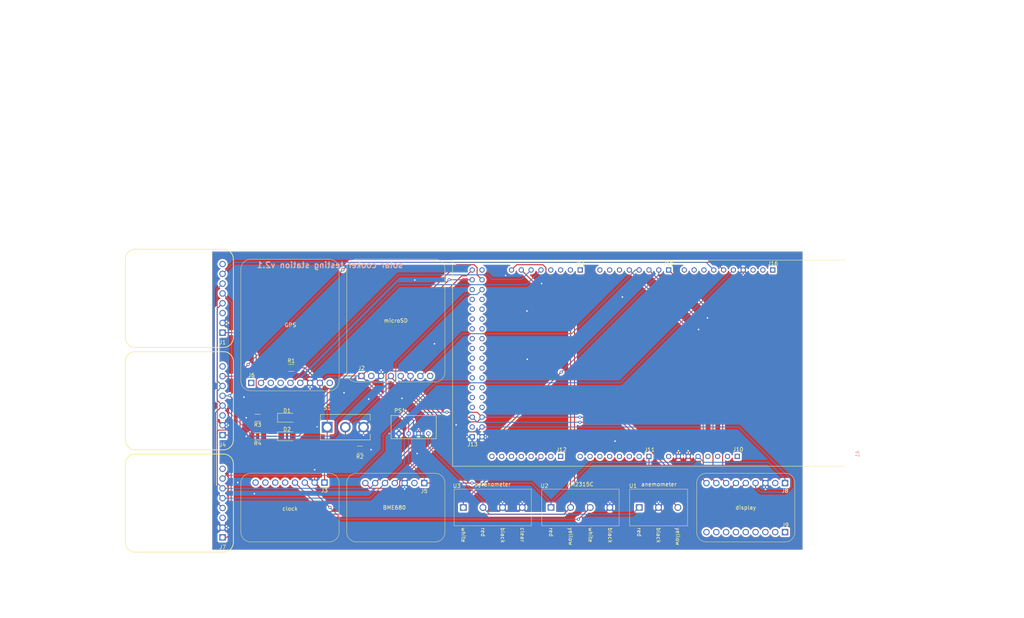
<source format=kicad_pcb>
(kicad_pcb (version 20240108) (generator "pcbnew") (generator_version "8.0")
  (layers (0 "F.Cu" signal) (31 "B.Cu" signal) (34 "B.Paste" user) (35 "F.Paste" user) (36 "B.SilkS" user "B.Silkscreen") (37 "F.SilkS" user "F.Silkscreen") (38 "B.Mask" user) (39 "F.Mask" user) (44 "Edge.Cuts" user))
  (net 0 "")
  (net 1 "Net-(D1-K)")
  (net 2 "GND")
  (net 3 "Net-(D2-K)")
  (net 4 "/D4")
  (net 5 "/MISO")
  (net 6 "/MOSI")
  (net 7 "/SCK")
  (net 8 "+5V")
  (net 9 "/SDA")
  (net 10 "/SCL")
  (net 11 "+9V")
  (net 12 "/A0")
  (net 13 "/D6")
  (net 14 "/D11")
  (net 15 "/D24")
  (net 16 "/D22")
  (net 17 "/D23")
  (net 18 "/A10")
  (net 73 "/D3")
  (net 74 "/D5")
  (net 75 "/D7")
  (net 76 "/D12")
  (net 77 "/D13")
  (net 78 "/RX1")
  (net 84 "/TX1")
  (net 86 "Net-(J6-EN)")
  (footprint "Resistor_SMD:R_1206_3216Metric_Pad1.30x1.75mm_HandSolder" (layer "F.Cu") (at 81.8625 123.045 180)
    (property "Reference" "R3")
    (property "Value" "150")
  )
  (footprint "custom_components:screw_terminal_3pin" (layer "F.Cu") (at 185.555 146.275)
    (property "Reference" "U1")
    (property "Value" "anemometer")
  )
  (footprint "LED_SMD:LED_1206_3216Metric_Pad1.42x1.75mm_HandSolder" (layer "F.Cu") (at 89.45 123.045)
    (property "Reference" "D1")
    (property "Value" "LED_GREEN")
  )
  (footprint "custom_components:BME680" (layer "F.Cu") (at 117.336 146.302949)
    (property "Reference" "J5")
    (property "Value" "BME680")
  )
  (footprint "LED_SMD:LED_1206_3216Metric_Pad1.42x1.75mm_HandSolder" (layer "F.Cu") (at 89.45 127.855)
    (property "Reference" "D2")
    (property "Value" "LED_RED")
  )
  (footprint "Resistor_SMD:R_1206_3216Metric_Pad1.30x1.75mm_HandSolder" (layer "F.Cu") (at 81.8625 127.855 180)
    (property "Reference" "R4")
    (property "Value" "150")
  )
  (footprint "custom_components:GPS" (layer "F.Cu") (at 90.34 99.0424)
    (property "Reference" "J6")
    (property "Value" "GPS")
  )
  (footprint "custom_components:Pt100" (layer "F.Cu") (at 61.091 92.135 -90)
    (property "Reference" "J1")
    (property "Value" "Pt100")
  )
  (footprint "custom_components:Pt100" (layer "F.Cu") (at 61.091 118.635 -90)
    (property "Reference" "J4")
    (property "Value" "Pt100")
  )
  (footprint "500SSP1S2M2QEA:SW_500SSP1S2M2QEA" (layer "F.Cu") (at 104.5375 125.475)
    (property "Reference" "S1")
    (property "Value" "500SSP1S2M2QEA")
  )
  (footprint "custom_components:display" (layer "F.Cu") (at 208.11 146.302949)
    (property "Reference" "J8")
    (property "Value" "display")
  )
  (footprint "TBA_1-0519:CONV_TBA_1-0519" (layer "F.Cu") (at 122.1975 125.475)
    (property "Reference" "PS1")
    (property "Value" "TBA_1-0519")
  )
  (footprint "custom_components:clock" (layer "F.Cu") (at 90.231051 146.575)
    (property "Reference" "J3")
    (property "Value" "clock")
  )
  (footprint "Resistor_SMD:R_1206_3216Metric_Pad1.30x1.75mm_HandSolder" (layer "F.Cu") (at 108.3 131.3 180)
    (property "Reference" "R2")
    (property "Value" "10k")
  )
  (footprint "Resistor_SMD:R_1206_3216Metric_Pad1.30x1.75mm_HandSolder" (layer "F.Cu") (at 90.55 110.125)
    (property "Reference" "R1")
    (property "Value" "10k")
  )
  (footprint "custom_components:microSD" (layer "F.Cu") (at 117.59 97.8994)
    (property "Reference" "J2")
    (property "Value" "microSD")
  )
  (footprint "custom_components:screw_terminal_4pin" (layer "F.Cu") (at 165.345 146.275)
    (property "Reference" "U2")
    (property "Value" "AM2315C")
  )
  (footprint "custom_components:Pt100" (layer "F.Cu") (at 61.091 145.135 -90)
    (property "Reference" "J7")
    (property "Value" "Pt100")
  )
  (footprint "custom_components:screw_terminal_4pin" (layer "F.Cu") (at 142.665 146.285)
    (property "Reference" "U3")
    (property "Value" "pyranometer")
  )
  (footprint "A000067:ARDUINO_A000067" (layer "B.Cu") (at 183.07 108.9194 90)
    (property "Reference" "A1")
    (property "Value" "A000067")
  )
  (gr_rect (start 70.1 80) (end 222.805 157.2) (stroke (width 0.1)) (fill none) (layer "Edge.Cuts"))
  (gr_text "solar cooker testing station v2.1" (at 119.6 84.4 0) (layer "B.SilkS") (effects (font (size 1.5 1.5) (thickness 0.3) (bold yes)) (justify left bottom mirror)))
  (gr_text "J13" (at 136 130.5 0) (layer "F.SilkS") (effects (font (size 1 1)) (justify left bottom)))
  (gr_text "J14" (at 163.9 83.7 0) (layer "F.SilkS") (effects (font (size 1 1)) (justify left bottom)))
  (gr_text "J16" (at 213.7 83.7 0) (layer "F.SilkS") (effects (font (size 1 1)) (justify left bottom)))
  (gr_text "J10" (at 204.7 131.8 0) (layer "F.SilkS") (effects (font (size 1 1)) (justify left bottom)))
  (gr_text "J9" (at 217.4 151.4 0) (layer "F.SilkS") (effects (font (size 1 1)) (justify left bottom)))
  (gr_text "J15" (at 186.7 83.6 0) (layer "F.SilkS") (effects (font (size 1 1)) (justify left bottom)))
  (gr_text "J11" (at 181.8 131.9 0) (layer "F.SilkS") (effects (font (size 1 1)) (justify left bottom)))
  (gr_text "J12" (at 159 131.9 0) (layer "F.SilkS") (effects (font (size 1 1)) (justify left bottom)))
  (segment (start 83.4125 123.045) (end 87.9625 123.045) (width 0.25) (layer "F.Cu") (net 1))
  (segment (start 96.593 136.507) (end 96.6 136.5) (width 0.25) (layer "F.Cu") (net 2))
  (segment (start 74.3755 98.485) (end 72.775 98.485) (width 0.25) (layer "F.Cu") (net 2))
  (segment (start 123.4675 126) (end 123.4675 127.125) (width 0.25) (layer "F.Cu") (net 2))
  (segment (start 193.23 131.58) (end 193.225 131.575) (width 0.25) (layer "F.Cu") (net 2))
  (segment (start 78.9 123.045) (end 80.3125 123.045) (width 0.25) (layer "F.Cu") (net 2))
  (segment (start 96.593 139.825949) (end 96.593 136.507) (width 0.25) (layer "F.Cu") (net 2))
  (segment (start 109.7625 131.3) (end 111.2 131.3) (width 0.25) (layer "F.Cu") (net 2))
  (segment (start 78.8 127.855) (end 80.3125 127.855) (width 0.25) (layer "F.Cu") (net 2))
  (segment (start 207.454 86.1) (end 207.454 84.7894) (width 0.25) (layer "F.Cu") (net 2))
  (segment (start 193.23 133.0494) (end 193.23 131.58) (width 0.25) (layer "F.Cu") (net 2))
  (segment (start 190.69 133.0494) (end 190.69 131.585) (width 0.25) (layer "F.Cu") (net 2))
  (segment (start 213.19 141.5655) (end 213.19 139.952949) (width 0.25) (layer "F.Cu") (net 2))
  (segment (start 190.69 131.585) (end 190.7 131.575) (width 0.25) (layer "F.Cu") (net 2))
  (via (at 193.225 131.575) (size 0.8) (drill 0.4) (layers "F.Cu" "B.Cu") (net 2))
  (via (at 151.5 95.4) (size 0.8) (drill 0.4) (layers "F.Cu" "B.Cu") (net 2))
  (via (at 150.285 144.8) (size 0.8) (drill 0.4) (layers "F.Cu" "B.Cu") (net 2))
  (via (at 104.2 116.6) (size 0.8) (drill 0.4) (layers "F.Cu" "B.Cu") (net 2))
  (via (at 119.2 118) (size 0.8) (drill 0.4) (layers "F.Cu" "B.Cu") (net 2))
  (via (at 176.2 91.8) (size 0.8) (drill 0.4) (layers "F.Cu" "B.Cu") (net 2))
  (via (at 78.9 123.045) (size 0.8) (drill 0.4) (layers "F.Cu" "B.Cu") (net 2))
  (via (at 96.6 136.5) (size 0.8) (drill 0.4) (layers "F.Cu" "B.Cu") (net 2))
  (via (at 213.19 141.5655) (size 0.8) (drill 0.4) (layers "F.Cu" "B.Cu") (net 2))
  (via (at 195.9 100.2) (size 0.8) (drill 0.4) (layers "F.Cu" "B.Cu") (net 2))
  (via (at 198.2 97.2) (size 0.8) (drill 0.4) (layers "F.Cu" "B.Cu") (net 2))
  (via (at 74.2755 98.485) (size 0.8) (drill 0.4) (layers "F.Cu" "B.Cu") (net 2))
  (via (at 74.2755 124.985) (size 0.8) (drill 0.4) (layers "F.Cu" "B.Cu") (net 2))
  (via (at 78.3 117.7) (size 0.8) (drill 0.4) (layers "F.Cu" "B.Cu") (net 2))
  (via (at 207.454 86.1) (size 0.8) (drill 0.4) (layers "F.Cu" "B.Cu") (net 2))
  (via (at 123.4675 125.9) (size 0.8) (drill 0.4) (layers "F.Cu" "B.Cu") (net 2))
  (via (at 174.3 129.1) (size 0.8) (drill 0.4) (layers "F.Cu" "B.Cu") (net 2))
  (via (at 119.876 141.5) (size 0.8) (drill 0.4) (layers "F.Cu" "B.Cu") (net 2))
  (via (at 141.3 127.9694) (size 0.8) (drill 0.4) (layers "F.Cu" "B.Cu") (net 2))
  (via (at 155.3 88.3) (size 0.8) (drill 0.4) (layers "F.Cu" "B.Cu") (net 2))
  (via (at 185.555 144.8) (size 0.8) (drill 0.4) (layers "F.Cu" "B.Cu") (net 2))
  (via (at 123.1 132.3) (size 0.8) (drill 0.4) (layers "F.Cu" "B.Cu") (net 2))
  (via (at 136 127.9694) (size 0.8) (drill 0.4) (layers "F.Cu" "B.Cu") (net 2))
  (via (at 111.2 131.3) (size 0.8) (drill 0.4) (layers "F.Cu" "B.Cu") (net 2))
  (via (at 109.2375 127.5375) (size 0.8) (drill 0.4) (layers "F.Cu" "B.Cu") (net 2))
  (via (at 95.42 115.6) (size 0.8) (drill 0.4) (layers "F.Cu" "B.Cu") (net 2))
  (via (at 81 142.7) (size 0.8) (drill 0.4) (layers "F.Cu" "B.Cu") (net 2))
  (via (at 118.4 125.9) (size 0.8) (drill 0.4) (layers "F.Cu" "B.Cu") (net 2))
  (via (at 78.9 127.855) (size 0.8) (drill 0.4) (layers "F.Cu" "B.Cu") (net 2))
  (via (at 133.2 124.9) (size 0.8) (drill 0.4) (layers "F.Cu" "B.Cu") (net 2))
  (via (at 151.6 107.9) (size 0.8) (drill 0.4) (layers "F.Cu" "B.Cu") (net 2))
  (via (at 127.6 103.9) (size 0.8) (drill 0.4) (layers "F.Cu" "B.Cu") (net 2))
  (via (at 172.965 144.8) (size 0.8) (drill 0.4) (layers "F.Cu" "B.Cu") (net 2))
  (via (at 110.6 118.2) (size 0.8) (drill 0.4) (layers "F.Cu" "B.Cu") (net 2))
  (via (at 190.7 131.575) (size 0.8) (drill 0.4) (layers "F.Cu" "B.Cu") (net 2))
  (via (at 113.78 110.7) (size 0.8) (drill 0.4) (layers "F.Cu" "B.Cu") (net 2))
  (via (at 145.205 144.8) (size 0.8) (drill 0.4) (layers "F.Cu" "B.Cu") (net 2))
  (via (at 74.2755 151.485) (size 0.8) (drill 0.4) (layers "F.Cu" "B.Cu") (net 2))
  (via (at 122.5 87.4) (size 0.8) (drill 0.4) (layers "F.Cu" "B.Cu") (net 2))
  (via (at 146 86.2) (size 0.8) (drill 0.4) (layers "F.Cu" "B.Cu") (net 2))
  (via (at 76.7 139.8) (size 0.8) (drill 0.4) (layers "F.Cu" "B.Cu") (net 2))
  (segment (start 109.2375 127.5375) (end 109.2375 125.475) (width 0.25) (layer "B.Cu") (net 2))
  (segment (start 172.965 144.8) (end 172.965 146.275) (width 0.25) (layer "B.Cu") (net 2))
  (segment (start 95.42 115.6) (end 95.42 114.0284) (width 0.25) (layer "B.Cu") (net 2))
  (segment (start 141.3 127.9694) (end 139.89 127.9694) (width 0.25) (layer "B.Cu") (net 2))
  (segment (start 150.285 144.8) (end 150.285 146.285) (width 0.25) (layer "B.Cu") (net 2))
  (segment (start 145.205 144.8) (end 145.205 146.285) (width 0.25) (layer "B.Cu") (net 2))
  (segment (start 136 127.9694) (end 137.35 127.9694) (width 0.25) (layer "B.Cu") (net 2))
  (segment (start 113.78 110.7) (end 113.78 112.225) (width 0.25) (layer "B.Cu") (net 2))
  (segment (start 185.555 144.8) (end 185.555 146.275) (width 0.25) (layer "B.Cu") (net 2))
  (segment (start 74.2755 151.485) (end 72.775 151.485) (width 0.25) (layer "B.Cu") (net 2))
  (segment (start 118.4 127.1125) (end 118.3875 127.125) (width 0.25) (layer "B.Cu") (net 2))
  (segment (start 118.4 125.9) (end 118.4 127.1125) (width 0.25) (layer "B.Cu") (net 2))
  (segment (start 119.876 141.5) (end 119.876 139.952949) (width 0.25) (layer "B.Cu") (net 2))
  (segment (start 74.3755 124.985) (end 72.775 124.985) (width 0.25) (layer "B.Cu") (net 2))
  (segment (start 83.4125 127.855) (end 87.9625 127.855) (width 0.25) (layer "F.Cu") (net 3))
  (segment (start 163.05 101.3) (end 179.5606 84.7894) (width 0.25) (layer "B.Cu") (net 4))
  (segment (start 134.865 101.3) (end 163.05 101.3) (width 0.25) (layer "B.Cu") (net 4))
  (segment (start 179.5606 84.7894) (end 180.53 84.7894) (width 0.25) (layer "B.Cu") (net 4))
  (segment (start 123.94 112.225) (end 134.865 101.3) (width 0.25) (layer "B.Cu") (net 4))
  (segment (start 130.8 121.625) (end 138.6256 121.625) (width 0.25) (layer "F.Cu") (net 5))
  (segment (start 175.9625 122.9) (end 194.5625 141.5) (width 0.25) (layer "F.Cu") (net 5))
  (segment (start 74.6 117.3) (end 75.1 117.8) (width 0.25) (layer "F.Cu") (net 5))
  (segment (start 118.86 112.225) (end 118.86 112.861396) (width 0.25) (layer "F.Cu") (net 5))
  (segment (start 165.2 122.9) (end 175.9625 122.9) (width 0.25) (layer "F.Cu") (net 5))
  (segment (start 194.5625 141.5) (end 204.022949 141.5) (width 0.25) (layer "F.Cu") (net 5))
  (segment (start 71.775 126.225) (end 71.4 126.6) (width 0.25) (layer "F.Cu") (net 5))
  (segment (start 75.1 117.8) (end 75.1 125.6) (width 0.25) (layer "F.Cu") (net 5))
  (segment (start 138.6256 121.625) (end 139.89 122.8894) (width 0.25) (layer "F.Cu") (net 5))
  (segment (start 71.4 126.6) (end 71.4 142.49) (width 0.25) (layer "F.Cu") (net 5))
  (segment (start 118.86 112.861396) (end 130.098604 124.1) (width 0.25) (layer "F.Cu") (net 5))
  (segment (start 74.475 126.225) (end 71.775 126.225) (width 0.25) (layer "F.Cu") (net 5))
  (segment (start 130.098604 124.1) (end 138.6794 124.1) (width 0.25) (layer "F.Cu") (net 5))
  (segment (start 204.022949 141.5) (end 205.57 139.952949) (width 0.25) (layer "F.Cu") (net 5))
  (segment (start 71.4 142.49) (end 72.775 143.865) (width 0.25) (layer "F.Cu") (net 5))
  (segment (start 138.6794 124.1) (end 139.89 122.8894) (width 0.25) (layer "F.Cu") (net 5))
  (segment (start 75.1 125.6) (end 74.475 126.225) (width 0.25) (layer "F.Cu") (net 5))
  (via (at 74.6 117.3) (size 0.8) (drill 0.4) (layers "F.Cu" "B.Cu") (net 5))
  (via (at 165.2 122.9) (size 0.8) (drill 0.4) (layers "F.Cu" "B.Cu") (net 5))
  (via (at 130.8 121.625) (size 0.8) (drill 0.4) (layers "F.Cu" "B.Cu") (net 5))
  (segment (start 74.6 117.3) (end 74.535 117.365) (width 0.25) (layer "B.Cu") (net 5))
  (segment (start 165.2 122.9) (end 165.1894 122.8894) (width 0.25) (layer "B.Cu") (net 5))
  (segment (start 119.8 126.4) (end 124.575 121.625) (width 0.25) (layer "B.Cu") (net 5))
  (segment (start 110.883949 143.865) (end 114.796 139.952949) (width 0.25) (layer "B.Cu") (net 5))
  (segment (start 74.6 117.3) (end 75.1 116.8) (width 0.25) (layer "B.Cu") (net 5))
  (segment (start 75.1 116.8) (end 75.1 93.19) (width 0.25) (layer "B.Cu") (net 5))
  (segment (start 72.775 143.865) (end 110.883949 143.865) (width 0.25) (layer "B.Cu") (net 5))
  (segment (start 75.1 93.19) (end 72.775 90.865) (width 0.25) (layer "B.Cu") (net 5))
  (segment (start 165.1894 122.8894) (end 139.89 122.8894) (width 0.25) (layer "B.Cu") (net 5))
  (segment (start 74.535 117.365) (end 72.775 117.365) (width 0.25) (layer "B.Cu") (net 5))
  (segment (start 124.575 121.625) (end 130.8 121.625) (width 0.25) (layer "B.Cu") (net 5))
  (segment (start 119.8 134.948949) (end 119.8 126.4) (width 0.25) (layer "B.Cu") (net 5))
  (segment (start 114.796 139.952949) (end 119.8 134.948949) (width 0.25) (layer "B.Cu") (net 5))
  (segment (start 205.762949 142.3) (end 208.11 139.952949) (width 0.25) (layer "F.Cu") (net 6))
  (segment (start 194.2 142.3) (end 205.762949 142.3) (width 0.25) (layer "F.Cu") (net 6))
  (segment (start 176.1 124.2) (end 194.2 142.3) (width 0.25) (layer "F.Cu") (net 6))
  (segment (start 122.15 123.75) (end 115.05 116.65) (width 0.25) (layer "F.Cu") (net 6))
  (segment (start 112.256 139.952949) (end 122.15 130.058949) (width 0.25) (layer "F.Cu") (net 6))
  (segment (start 115.05 111.675) (end 115.775 110.95) (width 0.25) (layer "F.Cu") (net 6))
  (segment (start 130.1894 122.8894) (end 137.35 122.8894) (width 0.25) (layer "F.Cu") (net 6))
  (segment (start 115.775 110.95) (end 120.125 110.95) (width 0.25) (layer "F.Cu") (net 6))
  (segment (start 121.4 114.1) (end 130.1894 122.8894) (width 0.25) (layer "F.Cu") (net 6))
  (segment (start 121.4 112.225) (end 121.4 114.1) (width 0.25) (layer "F.Cu") (net 6))
  (segment (start 164.8 124.2) (end 176.1 124.2) (width 0.25) (layer "F.Cu") (net 6))
  (segment (start 120.125 110.95) (end 121.4 112.225) (width 0.25) (layer "F.Cu") (net 6))
  (segment (start 115.05 116.65) (end 115.05 111.675) (width 0.25) (layer "F.Cu") (net 6))
  (segment (start 122.15 130.058949) (end 122.15 123.75) (width 0.25) (layer "F.Cu") (net 6))
  (via (at 165.2 124.2) (size 0.8) (drill 0.4) (layers "F.Cu" "B.Cu") (net 6))
  (segment (start 71.4 139.95) (end 72.775 141.325) (width 0.25) (layer "B.Cu") (net 6))
  (segment (start 71.4 113.45) (end 72.775 114.825) (width 0.25) (layer "B.Cu") (net 6))
  (segment (start 72.775 114.825) (end 71.4 116.2) (width 0.25) (layer "B.Cu") (net 6))
  (segment (start 110.883949 141.325) (end 112.256 139.952949) (width 0.25) (layer "B.Cu") (net 6))
  (segment (start 71.4 89.7) (end 71.4 113.45) (width 0.25) (layer "B.Cu") (net 6))
  (segment (start 138.6606 124.2) (end 137.35 122.8894) (width 0.25) (layer "B.Cu") (net 6))
  (segment (start 72.775 88.325) (end 71.4 89.7) (width 0.25) (layer "B.Cu") (net 6))
  (segment (start 164.8 124.2) (end 138.6606 124.2) (width 0.25) (layer "B.Cu") (net 6))
  (segment (start 72.775 141.325) (end 110.883949 141.325) (width 0.25) (layer "B.Cu") (net 6))
  (segment (start 71.4 116.2) (end 71.4 139.95) (width 0.25) (layer "B.Cu") (net 6))
  (segment (start 138.6194 126.7) (end 139.89 125.4294) (width 0.25) (layer "F.Cu") (net 7))
  (segment (start 130.5 126.7) (end 138.6194 126.7) (width 0.25) (layer "F.Cu") (net 7))
  (segment (start 71.4 118.53) (end 72.775 119.905) (width 0.25) (layer "F.Cu") (net 7))
  (segment (start 116.32 112.225) (end 116.32 112.52) (width 0.25) (layer "F.Cu") (net 7))
  (segment (start 70.95 121.73) (end 72.775 119.905) (width 0.25) (layer "F.Cu") (net 7))
  (segment (start 72.775 146.405) (end 70.95 144.58) (width 0.25) (layer "F.Cu") (net 7))
  (segment (start 70.95 144.58) (end 70.95 121.73) (width 0.25) (layer "F.Cu") (net 7))
  (segment (start 116.32 112.52) (end 130.5 126.7) (width 0.25) (layer "F.Cu") (net 7))
  (segment (start 72.775 93.405) (end 71.4 94.78) (width 0.25) (layer "F.Cu") (net 7))
  (segment (start 117.336 139.864) (end 130.5 126.7) (width 0.25) (layer "F.Cu") (net 7))
  (segment (start 117.336 139.952949) (end 117.336 139.864) (width 0.25) (layer "F.Cu") (net 7))
  (segment (start 71.4 94.78) (end 71.4 118.53) (width 0.25) (layer "F.Cu") (net 7))
  (segment (start 114.545 114) (end 116.32 112.225) (width 0.25) (layer "B.Cu") (net 7))
  (segment (start 210.65 141.05) (end 210.65 139.952949) (width 0.25) (layer "B.Cu") (net 7))
  (segment (start 206.2794 125.4294) (end 219.75 138.9) (width 0.25) (layer "B.Cu") (net 7))
  (segment (start 80.67 127.8) (end 101.625 127.8) (width 0.25) (layer "B.Cu") (net 7))
  (segment (start 139.89 125.4294) (end 206.2794 125.4294) (width 0.25) (layer "B.Cu") (net 7))
  (segment (start 219.75 138.9) (end 219.75 140.925) (width 0.25) (layer "B.Cu") (net 7))
  (segment (start 72.775 119.905) (end 80.67 127.8) (width 0.25) (layer "B.Cu") (net 7))
  (segment (start 218.375 142.3) (end 211.9 142.3) (width 0.25) (layer "B.Cu") (net 7))
  (segment (start 219.75 140.925) (end 218.375 142.3) (width 0.25) (layer "B.Cu") (net 7))
  (segment (start 211.9 142.3) (end 210.65 141.05) (width 0.25) (layer "B.Cu") (net 7))
  (segment (start 112.2 114) (end 114.545 114) (width 0.25) (layer "B.Cu") (net 7))
  (segment (start 102.225 127.2) (end 102.225 123.975) (width 0.25) (layer "B.Cu") (net 7))
  (segment (start 102.225 123.975) (end 112.2 114) (width 0.25) (layer "B.Cu") (net 7))
  (segment (start 101.625 127.8) (end 102.225 127.2) (width 0.25) (layer "B.Cu") (net 7))
  (segment (start 75 152.875) (end 75 127.525) (width 0.25) (layer "F.Cu") (net 8))
  (segment (start 120.9275 127.125) (end 120.9275 124.4525) (width 0.25) (layer "F.Cu") (net 8))
  (segment (start 108.7 112.225) (end 134.5996 86.3254) (width 0.25) (layer "F.Cu") (net 8))
  (segment (start 97.96 115.24) (end 97.96 114.0284) (width 0.25) (layer "F.Cu") (net 8))
  (segment (start 77.3 123) (end 81.475 118.825) (width 0.25) (layer "F.Cu") (net 8))
  (segment (start 120.9275 124.4525) (end 108.7 112.225) (width 0.25) (layer "F.Cu") (net 8))
  (segment (start 99.8375 125.475) (end 99.8375 133.7625) (width 0.25) (layer "F.Cu") (net 8))
  (segment (start 99.133 134.467) (end 99.133 139.825949) (width 0.25) (layer "F.Cu") (net 8))
  (segment (start 72.775 127.525) (end 75 127.525) (width 0.25) (layer "F.Cu") (net 8))
  (segment (start 75 127.525) (end 77.3 125.225) (width 0.25) (layer "F.Cu") (net 8))
  (segment (start 135.814 86.3254) (end 137.35 84.7894) (width 0.25) (layer "F.Cu") (net 8))
  (segment (start 94.0566 110.125) (end 97.96 114.0284) (width 0.25) (layer "F.Cu") (net 8))
  (segment (start 73.85 154.025) (end 75 152.875) (width 0.25) (layer "F.Cu") (net 8))
  (segment (start 81.475 118.825) (end 81.475 116.375) (width 0.25) (layer "F.Cu") (net 8))
  (segment (start 134.5996 86.3254) (end 135.814 86.3254) (width 0.25) (layer "F.Cu") (net 8))
  (segment (start 72.775 154.025) (end 73.85 154.025) (width 0.25) (layer "F.Cu") (net 8))
  (segment (start 72.775 101.025) (end 75.725 101.025) (width 0.25) (layer "F.Cu") (net 8))
  (segment (start 77.3 125.225) (end 77.3 123) (width 0.25) (layer "F.Cu") (net 8))
  (segment (start 81.475 118.825) (end 83.6 116.7) (width 0.25) (layer "F.Cu") (net 8))
  (segment (start 92.0125 110.125) (end 94.0566 110.125) (width 0.25) (layer "F.Cu") (net 8))
  (segment (start 83.6 116.7) (end 96.5 116.7) (width 0.25) (layer "F.Cu") (net 8))
  (segment (start 75.725 101.025) (end 81.475 106.775) (width 0.25) (layer "F.Cu") (net 8))
  (segment (start 99.8375 133.7625) (end 99.133 134.467) (width 0.25) (layer "F.Cu") (net 8))
  (segment (start 137.3 139.952949) (end 124.956 139.952949) (width 0.25) (layer "F.Cu") (net 8))
  (segment (start 96.5 116.7) (end 97.96 115.24) (width 0.25) (layer "F.Cu") (net 8))
  (segment (start 81.475 106.775) (end 81.475 116.375) (width 0.25) (layer "F.Cu") (net 8))
  (via (at 137.3 139.952949) (size 0.8) (drill 0.4) (layers "F.Cu" "B.Cu") (net 8))
  (segment (start 97.96 114.0284) (end 99.8375 115.9059) (width 0.25) (layer "B.Cu") (net 8))
  (segment (start 120.9275 134.4025) (end 120.9275 127.125) (width 0.25) (layer "B.Cu") (net 8))
  (segment (start 213.975 134.575) (end 197.2956 134.575) (width 0.25) (layer "B.Cu") (net 8))
  (segment (start 124.956 138.431) (end 120.9275 134.4025) (width 0.25) (layer "B.Cu") (net 8))
  (segment (start 97.96 114.0284) (end 99.7634 112.225) (width 0.25) (layer "B.Cu") (net 8))
  (segment (start 99.8375 115.9059) (end 99.8375 125.475) (width 0.25) (layer "B.Cu") (net 8))
  (segment (start 157.725 145.025) (end 157.725 146.275) (width 0.25) (layer "B.Cu") (net 8))
  (segment (start 218.27 139.952949) (end 218.27 138.87) (width 0.25) (layer "B.Cu") (net 8))
  (segment (start 137.302949 139.95) (end 152.65 139.95) (width 0.25) (layer "B.Cu") (net 8))
  (segment (start 124.956 139.952949) (end 124.956 138.431) (width 0.25) (layer "B.Cu") (net 8))
  (segment (start 137.3 139.952949) (end 137.302949 139.95) (width 0.25) (layer "B.Cu") (net 8))
  (segment (start 194.2444 134.575) (end 195.77 133.0494) (width 0.25) (layer "B.Cu") (net 8))
  (segment (start 157.725 145.075) (end 168.225 134.575) (width 0.25) (layer "B.Cu") (net 8))
  (segment (start 168.225 134.575) (end 194.2444 134.575) (width 0.25) (layer "B.Cu") (net 8))
  (segment (start 152.65 139.95) (end 157.725 145.025) (width 0.25) (layer "B.Cu") (net 8))
  (segment (start 157.725 146.275) (end 157.725 145.075) (width 0.25) (layer "B.Cu") (net 8))
  (segment (start 218.27 138.87) (end 213.975 134.575) (width 0.25) (layer "B.Cu") (net 8))
  (segment (start 197.2956 134.575) (end 195.77 133.0494) (width 0.25) (layer "B.Cu") (net 8))
  (segment (start 99.7634 112.225) (end 108.7 112.225) (width 0.25) (layer "B.Cu") (net 8))
  (segment (start 99.712051 148.025) (end 161.055 148.025) (width 0.25) (layer "F.Cu") (net 9))
  (segment (start 161.055 148.025) (end 162.805 146.275) (width 0.25) (layer "F.Cu") (net 9))
  (segment (start 162.8 146.27) (end 162.8 97.5394) (width 0.25) (layer "F.Cu") (net 9))
  (segment (start 162.805 146.275) (end 162.8 146.27) (width 0.25) (layer "F.Cu") (net 9))
  (segment (start 91.513 139.825949) (end 99.712051 148.025) (width 0.25) (layer "F.Cu") (net 9))
  (segment (start 162.8 97.5394) (end 150.05 84.7894) (width 0.25) (layer "F.Cu") (net 9))
  (segment (start 156.425 89.525) (end 156.425 84.225) (width 0.25) (layer "F.Cu") (net 10))
  (segment (start 148.8744 83.425) (end 147.51 84.7894) (width 0.25) (layer "F.Cu") (net 10))
  (segment (start 164.835 149.325) (end 167.885 146.275) (width 0.25) (layer "F.Cu") (net 10))
  (segment (start 155.625 83.425) (end 148.8744 83.425) (width 0.25) (layer "F.Cu") (net 10))
  (segment (start 94.053 139.825949) (end 100.502051 146.275) (width 0.25) (layer "F.Cu") (net 10))
  (segment (start 163.8 142.19) (end 163.8 96.9) (width 0.25) (layer "F.Cu") (net 10))
  (segment (start 100.502051 146.275) (end 100.55 146.275) (width 0.25) (layer "F.Cu") (net 10))
  (segment (start 156.425 84.225) (end 155.625 83.425) (width 0.25) (layer "F.Cu") (net 10))
  (segment (start 163.8 96.9) (end 156.425 89.525) (width 0.25) (layer "F.Cu") (net 10))
  (segment (start 167.885 146.275) (end 163.8 142.19) (width 0.25) (layer "F.Cu") (net 10))
  (via (at 164.835 149.325) (size 0.8) (drill 0.4) (layers "F.Cu" "B.Cu") (net 10))
  (via (at 100.55 146.275) (size 0.8) (drill 0.4) (layers "F.Cu" "B.Cu") (net 10))
  (segment (start 164.835 149.325) (end 103.6 149.325) (width 0.25) (layer "B.Cu") (net 10))
  (segment (start 103.6 149.325) (end 100.55 146.275) (width 0.25) (layer "B.Cu") (net 10))
  (segment (start 140.125 146.285) (end 140.125 144.675) (width 0.25) (layer "B.Cu") (net 11))
  (segment (start 141.865 148.025) (end 140.125 146.285) (width 0.25) (layer "B.Cu") (net 11))
  (segment (start 140.125 144.675) (end 126.0075 130.5575) (width 0.25) (layer "B.Cu") (net 11))
  (segment (start 180.475 146.275) (end 178.725 148.025) (width 0.25) (layer "B.Cu") (net 11))
  (segment (start 126.0075 130.5575) (end 126.0075 127.125) (width 0.25) (layer "B.Cu") (net 11))
  (segment (start 178.725 148.025) (end 141.865 148.025) (width 0.25) (layer "B.Cu") (net 11))
  (segment (start 183.07 133.0494) (end 183.07 138.71) (width 0.25) (layer "F.Cu") (net 12))
  (segment (start 183.07 138.71) (end 190.635 146.275) (width 0.25) (layer "F.Cu") (net 12))
  (segment (start 118.6 139.5) (end 118.6 140.525) (width 0.25) (layer "F.Cu") (net 13))
  (segment (start 160.35 111.25) (end 142.25 129.35) (width 0.25) (layer "F.Cu") (net 13))
  (segment (start 117.825 141.3) (end 111.063051 141.3) (width 0.25) (layer "F.Cu") (net 13))
  (segment (start 111.063051 141.3) (end 109.716 139.952949) (width 0.25) (layer "F.Cu") (net 13))
  (segment (start 128.75 129.35) (end 118.6 139.5) (width 0.25) (layer "F.Cu") (net 13))
  (segment (start 142.25 129.35) (end 128.75 129.35) (width 0.25) (layer "F.Cu") (net 13))
  (segment (start 118.6 140.525) (end 117.825 141.3) (width 0.25) (layer "F.Cu") (net 13))
  (via (at 160.35 111.25) (size 0.8) (drill 0.4) (layers "F.Cu" "B.Cu") (net 13))
  (segment (start 160.35 111.25) (end 185.61 85.99) (width 0.25) (layer "B.Cu") (net 13))
  (segment (start 185.61 85.99) (end 185.61 84.7894) (width 0.25) (layer "B.Cu") (net 13))
  (segment (start 75.7456 82.8144) (end 197.859 82.8144) (width 0.25) (layer "B.Cu") (net 14))
  (segment (start 72.775 85.785) (end 75.7456 82.8144) (width 0.25) (layer "B.Cu") (net 14))
  (segment (start 197.859 82.8144) (end 199.834 84.7894) (width 0.25) (layer "B.Cu") (net 14))
  (segment (start 104.5375 130.5375) (end 105.3 131.3) (width 0.25) (layer "F.Cu") (net 15))
  (segment (start 105.3 131.3) (end 106.8375 131.3) (width 0.25) (layer "F.Cu") (net 15))
  (segment (start 104.5375 125.475) (end 104.5375 130.5375) (width 0.25) (layer "F.Cu") (net 15))
  (segment (start 106.8 123.2) (end 107.7 123.2) (width 0.25) (layer "B.Cu") (net 15))
  (segment (start 104.5375 125.4625) (end 106.8 123.2) (width 0.25) (layer "B.Cu") (net 15))
  (segment (start 117.575 109.05) (end 135.475 91.15) (width 0.25) (layer "B.Cu") (net 15))
  (segment (start 135.475 91.15) (end 138.6094 91.15) (width 0.25) (layer "B.Cu") (net 15))
  (segment (start 107.7 123.2) (end 117.575 113.325) (width 0.25) (layer "B.Cu") (net 15))
  (segment (start 138.6094 91.15) (end 139.89 89.8694) (width 0.25) (layer "B.Cu") (net 15))
  (segment (start 117.575 113.325) (end 117.575 109.05) (width 0.25) (layer "B.Cu") (net 15))
  (segment (start 104.5375 125.475) (end 104.5375 125.4625) (width 0.25) (layer "B.Cu") (net 15))
  (segment (start 133.35 83.425) (end 137.875 83.425) (width 0.25) (layer "F.Cu") (net 16))
  (segment (start 138.625 86.0644) (end 139.89 87.3294) (width 0.25) (layer "F.Cu") (net 16))
  (segment (start 138.625 84.175) (end 138.625 86.0644) (width 0.25) (layer "F.Cu") (net 16))
  (segment (start 90.9375 123.045) (end 93.73 123.045) (width 0.25) (layer "F.Cu") (net 16))
  (segment (start 137.875 83.425) (end 138.625 84.175) (width 0.25) (layer "F.Cu") (net 16))
  (segment (start 93.73 123.045) (end 133.35 83.425) (width 0.25) (layer "F.Cu") (net 16))
  (segment (start 92.345 127.855) (end 96.8 123.4) (width 0.25) (layer "F.Cu") (net 17))
  (segment (start 90.9375 127.855) (end 92.345 127.855) (width 0.25) (layer "F.Cu") (net 17))
  (segment (start 96.8 123.4) (end 96.8 121.9) (width 0.25) (layer "F.Cu") (net 17))
  (segment (start 96.8 121.9) (end 131.375 87.325) (width 0.25) (layer "F.Cu") (net 17))
  (via (at 131.375 87.325) (size 0.8) (drill 0.4) (layers "F.Cu" "B.Cu") (net 17))
  (segment (start 131.3794 87.3294) (end 137.35 87.3294) (width 0.25) (layer "B.Cu") (net 17))
  (segment (start 131.375 87.325) (end 131.3794 87.3294) (width 0.25) (layer "B.Cu") (net 17))
  (segment (start 153.4794 134.7) (end 155.13 133.0494) (width 0.25) (layer "F.Cu") (net 18))
  (segment (start 135.045 144.955) (end 145.3 134.7) (width 0.25) (layer "F.Cu") (net 18))
  (segment (start 145.3 134.7) (end 153.4794 134.7) (width 0.25) (layer "F.Cu") (net 18))
  (segment (start 135.045 146.285) (end 135.045 144.955) (width 0.25) (layer "F.Cu") (net 18))
  (segment (start 197.1 139.102949) (end 197.1 103.8994) (width 0.25) (layer "F.Cu") (net 73))
  (segment (start 197.95 139.952949) (end 197.1 139.102949) (width 0.25) (layer "F.Cu") (net 73))
  (segment (start 197.1 103.8994) (end 177.99 84.7894) (width 0.25) (layer "F.Cu") (net 73))
  (segment (start 199.625 139.087949) (end 199.625 101.3444) (width 0.25) (layer "F.Cu") (net 74))
  (segment (start 200.49 139.952949) (end 199.625 139.087949) (width 0.25) (layer "F.Cu") (net 74))
  (segment (start 199.625 101.3444) (end 183.07 84.7894) (width 0.25) (layer "F.Cu") (net 74))
  (segment (start 202.125 98.7644) (end 188.15 84.7894) (width 0.25) (layer "F.Cu") (net 75))
  (segment (start 202.125 139.047949) (end 202.125 98.7644) (width 0.25) (layer "F.Cu") (net 75))
  (segment (start 203.03 139.952949) (end 202.125 139.047949) (width 0.25) (layer "F.Cu") (net 75))
  (segment (start 105.8356 82.8144) (end 200.399 82.8144) (width 0.25) (layer "F.Cu") (net 76))
  (segment (start 72.775 112.285) (end 76.34 112.285) (width 0.25) (layer "F.Cu") (net 76))
  (segment (start 76.34 112.285) (end 79.375 109.25) (width 0.25) (layer "F.Cu") (net 76))
  (segment (start 103.9 84.75) (end 105.8356 82.8144) (width 0.25) (layer "F.Cu") (net 76))
  (segment (start 200.399 82.8144) (end 202.374 84.7894) (width 0.25) (layer "F.Cu") (net 76))
  (via (at 79.375 109.25) (size 0.8) (drill 0.4) (layers "F.Cu" "B.Cu") (net 76))
  (via (at 103.9 84.75) (size 0.8) (drill 0.4) (layers "F.Cu" "B.Cu") (net 76))
  (segment (start 103.875 84.75) (end 103.9 84.75) (width 0.25) (layer "B.Cu") (net 76))
  (segment (start 79.375 109.25) (end 103.875 84.75) (width 0.25) (layer "B.Cu") (net 76))
  (segment (start 107.84 137.96) (end 114.3 131.5) (width 0.25) (layer "B.Cu") (net 77))
  (segment (start 114.3 131.5) (end 114.3 127.6) (width 0.25) (layer "B.Cu") (net 77))
  (segment (start 114.3 127.6) (end 127.9 114) (width 0.25) (layer "B.Cu") (net 77))
  (segment (start 175.7034 114) (end 204.914 84.7894) (width 0.25) (layer "B.Cu") (net 77))
  (segment (start 73.6 137.96) (end 107.84 137.96) (width 0.25) (layer "B.Cu") (net 77))
  (segment (start 127.9 114) (end 175.7034 114) (width 0.25) (layer "B.Cu") (net 77))
  (segment (start 72.775 138.785) (end 73.6 137.96) (width 0.25) (layer "B.Cu") (net 77))
  (segment (start 142.45 87.225) (end 150.1544 87.225) (width 0.25) (layer "B.Cu") (net 78))
  (segment (start 118.3184 86.05) (end 141.275 86.05) (width 0.25) (layer "B.Cu") (net 78))
  (segment (start 141.275 86.05) (end 142.45 87.225) (width 0.25) (layer "B.Cu") (net 78))
  (segment (start 150.1544 87.225) (end 152.59 84.7894) (width 0.25) (layer "B.Cu") (net 78))
  (segment (start 90.34 114.0284) (end 118.3184 86.05) (width 0.25) (layer "B.Cu") (net 78))
  (segment (start 118.3084 88.6) (end 151.3194 88.6) (width 0.25) (layer "B.Cu") (net 84))
  (segment (start 151.3194 88.6) (end 155.13 84.7894) (width 0.25) (layer "B.Cu") (net 84))
  (segment (start 92.88 114.0284) (end 118.3084 88.6) (width 0.25) (layer "B.Cu") (net 84))
  (segment (start 89.0875 110.125) (end 86.6234 110.125) (width 0.25) (layer "F.Cu") (net 86))
  (segment (start 86.6234 110.125) (end 82.72 114.0284) (width 0.25) (layer "F.Cu") (net 86))
  (zone (net 2) (net_name "GND") (layers "F&B.Cu") (connect_pads (clearance 0.5)) (min_thickness 0.25) (fill yes (thermal_gap 0.5) (thermal_bridge_width 0.5))
    (polygon (pts (xy 70.0846 79.96) (xy 222.8 80) (xy 222.8 157.2) (xy 70.1 157.2)))
  )
)
</source>
